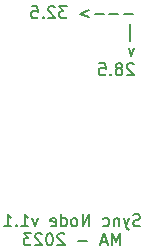
<source format=gbo>
G04 #@! TF.GenerationSoftware,KiCad,Pcbnew,7.0.9-7.0.9~ubuntu20.04.1*
G04 #@! TF.CreationDate,2023-12-21T14:32:48-08:00*
G04 #@! TF.ProjectId,ros_sync_node,726f735f-7379-46e6-935f-6e6f64652e6b,rev?*
G04 #@! TF.SameCoordinates,Original*
G04 #@! TF.FileFunction,Legend,Bot*
G04 #@! TF.FilePolarity,Positive*
%FSLAX46Y46*%
G04 Gerber Fmt 4.6, Leading zero omitted, Abs format (unit mm)*
G04 Created by KiCad (PCBNEW 7.0.9-7.0.9~ubuntu20.04.1) date 2023-12-21 14:32:48*
%MOMM*%
%LPD*%
G01*
G04 APERTURE LIST*
%ADD10C,0.150000*%
%ADD11C,3.200000*%
%ADD12R,1.700000X1.700000*%
%ADD13O,1.700000X1.700000*%
%ADD14C,1.524000*%
G04 APERTURE END LIST*
D10*
X170738095Y-85602200D02*
X170595238Y-85649819D01*
X170595238Y-85649819D02*
X170357143Y-85649819D01*
X170357143Y-85649819D02*
X170261905Y-85602200D01*
X170261905Y-85602200D02*
X170214286Y-85554580D01*
X170214286Y-85554580D02*
X170166667Y-85459342D01*
X170166667Y-85459342D02*
X170166667Y-85364104D01*
X170166667Y-85364104D02*
X170214286Y-85268866D01*
X170214286Y-85268866D02*
X170261905Y-85221247D01*
X170261905Y-85221247D02*
X170357143Y-85173628D01*
X170357143Y-85173628D02*
X170547619Y-85126009D01*
X170547619Y-85126009D02*
X170642857Y-85078390D01*
X170642857Y-85078390D02*
X170690476Y-85030771D01*
X170690476Y-85030771D02*
X170738095Y-84935533D01*
X170738095Y-84935533D02*
X170738095Y-84840295D01*
X170738095Y-84840295D02*
X170690476Y-84745057D01*
X170690476Y-84745057D02*
X170642857Y-84697438D01*
X170642857Y-84697438D02*
X170547619Y-84649819D01*
X170547619Y-84649819D02*
X170309524Y-84649819D01*
X170309524Y-84649819D02*
X170166667Y-84697438D01*
X169833333Y-84983152D02*
X169595238Y-85649819D01*
X169357143Y-84983152D02*
X169595238Y-85649819D01*
X169595238Y-85649819D02*
X169690476Y-85887914D01*
X169690476Y-85887914D02*
X169738095Y-85935533D01*
X169738095Y-85935533D02*
X169833333Y-85983152D01*
X168976190Y-84983152D02*
X168976190Y-85649819D01*
X168976190Y-85078390D02*
X168928571Y-85030771D01*
X168928571Y-85030771D02*
X168833333Y-84983152D01*
X168833333Y-84983152D02*
X168690476Y-84983152D01*
X168690476Y-84983152D02*
X168595238Y-85030771D01*
X168595238Y-85030771D02*
X168547619Y-85126009D01*
X168547619Y-85126009D02*
X168547619Y-85649819D01*
X167642857Y-85602200D02*
X167738095Y-85649819D01*
X167738095Y-85649819D02*
X167928571Y-85649819D01*
X167928571Y-85649819D02*
X168023809Y-85602200D01*
X168023809Y-85602200D02*
X168071428Y-85554580D01*
X168071428Y-85554580D02*
X168119047Y-85459342D01*
X168119047Y-85459342D02*
X168119047Y-85173628D01*
X168119047Y-85173628D02*
X168071428Y-85078390D01*
X168071428Y-85078390D02*
X168023809Y-85030771D01*
X168023809Y-85030771D02*
X167928571Y-84983152D01*
X167928571Y-84983152D02*
X167738095Y-84983152D01*
X167738095Y-84983152D02*
X167642857Y-85030771D01*
X166452380Y-85649819D02*
X166452380Y-84649819D01*
X166452380Y-84649819D02*
X165880952Y-85649819D01*
X165880952Y-85649819D02*
X165880952Y-84649819D01*
X165261904Y-85649819D02*
X165357142Y-85602200D01*
X165357142Y-85602200D02*
X165404761Y-85554580D01*
X165404761Y-85554580D02*
X165452380Y-85459342D01*
X165452380Y-85459342D02*
X165452380Y-85173628D01*
X165452380Y-85173628D02*
X165404761Y-85078390D01*
X165404761Y-85078390D02*
X165357142Y-85030771D01*
X165357142Y-85030771D02*
X165261904Y-84983152D01*
X165261904Y-84983152D02*
X165119047Y-84983152D01*
X165119047Y-84983152D02*
X165023809Y-85030771D01*
X165023809Y-85030771D02*
X164976190Y-85078390D01*
X164976190Y-85078390D02*
X164928571Y-85173628D01*
X164928571Y-85173628D02*
X164928571Y-85459342D01*
X164928571Y-85459342D02*
X164976190Y-85554580D01*
X164976190Y-85554580D02*
X165023809Y-85602200D01*
X165023809Y-85602200D02*
X165119047Y-85649819D01*
X165119047Y-85649819D02*
X165261904Y-85649819D01*
X164071428Y-85649819D02*
X164071428Y-84649819D01*
X164071428Y-85602200D02*
X164166666Y-85649819D01*
X164166666Y-85649819D02*
X164357142Y-85649819D01*
X164357142Y-85649819D02*
X164452380Y-85602200D01*
X164452380Y-85602200D02*
X164499999Y-85554580D01*
X164499999Y-85554580D02*
X164547618Y-85459342D01*
X164547618Y-85459342D02*
X164547618Y-85173628D01*
X164547618Y-85173628D02*
X164499999Y-85078390D01*
X164499999Y-85078390D02*
X164452380Y-85030771D01*
X164452380Y-85030771D02*
X164357142Y-84983152D01*
X164357142Y-84983152D02*
X164166666Y-84983152D01*
X164166666Y-84983152D02*
X164071428Y-85030771D01*
X163214285Y-85602200D02*
X163309523Y-85649819D01*
X163309523Y-85649819D02*
X163499999Y-85649819D01*
X163499999Y-85649819D02*
X163595237Y-85602200D01*
X163595237Y-85602200D02*
X163642856Y-85506961D01*
X163642856Y-85506961D02*
X163642856Y-85126009D01*
X163642856Y-85126009D02*
X163595237Y-85030771D01*
X163595237Y-85030771D02*
X163499999Y-84983152D01*
X163499999Y-84983152D02*
X163309523Y-84983152D01*
X163309523Y-84983152D02*
X163214285Y-85030771D01*
X163214285Y-85030771D02*
X163166666Y-85126009D01*
X163166666Y-85126009D02*
X163166666Y-85221247D01*
X163166666Y-85221247D02*
X163642856Y-85316485D01*
X162071427Y-84983152D02*
X161833332Y-85649819D01*
X161833332Y-85649819D02*
X161595237Y-84983152D01*
X160690475Y-85649819D02*
X161261903Y-85649819D01*
X160976189Y-85649819D02*
X160976189Y-84649819D01*
X160976189Y-84649819D02*
X161071427Y-84792676D01*
X161071427Y-84792676D02*
X161166665Y-84887914D01*
X161166665Y-84887914D02*
X161261903Y-84935533D01*
X160261903Y-85554580D02*
X160214284Y-85602200D01*
X160214284Y-85602200D02*
X160261903Y-85649819D01*
X160261903Y-85649819D02*
X160309522Y-85602200D01*
X160309522Y-85602200D02*
X160261903Y-85554580D01*
X160261903Y-85554580D02*
X160261903Y-85649819D01*
X159261904Y-85649819D02*
X159833332Y-85649819D01*
X159547618Y-85649819D02*
X159547618Y-84649819D01*
X159547618Y-84649819D02*
X159642856Y-84792676D01*
X159642856Y-84792676D02*
X159738094Y-84887914D01*
X159738094Y-84887914D02*
X159833332Y-84935533D01*
X169047618Y-87259819D02*
X169047618Y-86259819D01*
X169047618Y-86259819D02*
X168714285Y-86974104D01*
X168714285Y-86974104D02*
X168380952Y-86259819D01*
X168380952Y-86259819D02*
X168380952Y-87259819D01*
X167952380Y-86974104D02*
X167476190Y-86974104D01*
X168047618Y-87259819D02*
X167714285Y-86259819D01*
X167714285Y-86259819D02*
X167380952Y-87259819D01*
X166285713Y-86878866D02*
X165523809Y-86878866D01*
X164333332Y-86355057D02*
X164285713Y-86307438D01*
X164285713Y-86307438D02*
X164190475Y-86259819D01*
X164190475Y-86259819D02*
X163952380Y-86259819D01*
X163952380Y-86259819D02*
X163857142Y-86307438D01*
X163857142Y-86307438D02*
X163809523Y-86355057D01*
X163809523Y-86355057D02*
X163761904Y-86450295D01*
X163761904Y-86450295D02*
X163761904Y-86545533D01*
X163761904Y-86545533D02*
X163809523Y-86688390D01*
X163809523Y-86688390D02*
X164380951Y-87259819D01*
X164380951Y-87259819D02*
X163761904Y-87259819D01*
X163142856Y-86259819D02*
X163047618Y-86259819D01*
X163047618Y-86259819D02*
X162952380Y-86307438D01*
X162952380Y-86307438D02*
X162904761Y-86355057D01*
X162904761Y-86355057D02*
X162857142Y-86450295D01*
X162857142Y-86450295D02*
X162809523Y-86640771D01*
X162809523Y-86640771D02*
X162809523Y-86878866D01*
X162809523Y-86878866D02*
X162857142Y-87069342D01*
X162857142Y-87069342D02*
X162904761Y-87164580D01*
X162904761Y-87164580D02*
X162952380Y-87212200D01*
X162952380Y-87212200D02*
X163047618Y-87259819D01*
X163047618Y-87259819D02*
X163142856Y-87259819D01*
X163142856Y-87259819D02*
X163238094Y-87212200D01*
X163238094Y-87212200D02*
X163285713Y-87164580D01*
X163285713Y-87164580D02*
X163333332Y-87069342D01*
X163333332Y-87069342D02*
X163380951Y-86878866D01*
X163380951Y-86878866D02*
X163380951Y-86640771D01*
X163380951Y-86640771D02*
X163333332Y-86450295D01*
X163333332Y-86450295D02*
X163285713Y-86355057D01*
X163285713Y-86355057D02*
X163238094Y-86307438D01*
X163238094Y-86307438D02*
X163142856Y-86259819D01*
X162428570Y-86355057D02*
X162380951Y-86307438D01*
X162380951Y-86307438D02*
X162285713Y-86259819D01*
X162285713Y-86259819D02*
X162047618Y-86259819D01*
X162047618Y-86259819D02*
X161952380Y-86307438D01*
X161952380Y-86307438D02*
X161904761Y-86355057D01*
X161904761Y-86355057D02*
X161857142Y-86450295D01*
X161857142Y-86450295D02*
X161857142Y-86545533D01*
X161857142Y-86545533D02*
X161904761Y-86688390D01*
X161904761Y-86688390D02*
X162476189Y-87259819D01*
X162476189Y-87259819D02*
X161857142Y-87259819D01*
X161523808Y-86259819D02*
X160904761Y-86259819D01*
X160904761Y-86259819D02*
X161238094Y-86640771D01*
X161238094Y-86640771D02*
X161095237Y-86640771D01*
X161095237Y-86640771D02*
X160999999Y-86688390D01*
X160999999Y-86688390D02*
X160952380Y-86736009D01*
X160952380Y-86736009D02*
X160904761Y-86831247D01*
X160904761Y-86831247D02*
X160904761Y-87069342D01*
X160904761Y-87069342D02*
X160952380Y-87164580D01*
X160952380Y-87164580D02*
X160999999Y-87212200D01*
X160999999Y-87212200D02*
X161095237Y-87259819D01*
X161095237Y-87259819D02*
X161380951Y-87259819D01*
X161380951Y-87259819D02*
X161476189Y-87212200D01*
X161476189Y-87212200D02*
X161523808Y-87164580D01*
X170163220Y-67658866D02*
X169401316Y-67658866D01*
X168925125Y-67658866D02*
X168163221Y-67658866D01*
X167687030Y-67658866D02*
X166925126Y-67658866D01*
X166448935Y-67373152D02*
X165687031Y-67658866D01*
X165687031Y-67658866D02*
X166448935Y-67944580D01*
X164544173Y-67039819D02*
X163925126Y-67039819D01*
X163925126Y-67039819D02*
X164258459Y-67420771D01*
X164258459Y-67420771D02*
X164115602Y-67420771D01*
X164115602Y-67420771D02*
X164020364Y-67468390D01*
X164020364Y-67468390D02*
X163972745Y-67516009D01*
X163972745Y-67516009D02*
X163925126Y-67611247D01*
X163925126Y-67611247D02*
X163925126Y-67849342D01*
X163925126Y-67849342D02*
X163972745Y-67944580D01*
X163972745Y-67944580D02*
X164020364Y-67992200D01*
X164020364Y-67992200D02*
X164115602Y-68039819D01*
X164115602Y-68039819D02*
X164401316Y-68039819D01*
X164401316Y-68039819D02*
X164496554Y-67992200D01*
X164496554Y-67992200D02*
X164544173Y-67944580D01*
X163544173Y-67135057D02*
X163496554Y-67087438D01*
X163496554Y-67087438D02*
X163401316Y-67039819D01*
X163401316Y-67039819D02*
X163163221Y-67039819D01*
X163163221Y-67039819D02*
X163067983Y-67087438D01*
X163067983Y-67087438D02*
X163020364Y-67135057D01*
X163020364Y-67135057D02*
X162972745Y-67230295D01*
X162972745Y-67230295D02*
X162972745Y-67325533D01*
X162972745Y-67325533D02*
X163020364Y-67468390D01*
X163020364Y-67468390D02*
X163591792Y-68039819D01*
X163591792Y-68039819D02*
X162972745Y-68039819D01*
X162544173Y-67944580D02*
X162496554Y-67992200D01*
X162496554Y-67992200D02*
X162544173Y-68039819D01*
X162544173Y-68039819D02*
X162591792Y-67992200D01*
X162591792Y-67992200D02*
X162544173Y-67944580D01*
X162544173Y-67944580D02*
X162544173Y-68039819D01*
X161591793Y-67039819D02*
X162067983Y-67039819D01*
X162067983Y-67039819D02*
X162115602Y-67516009D01*
X162115602Y-67516009D02*
X162067983Y-67468390D01*
X162067983Y-67468390D02*
X161972745Y-67420771D01*
X161972745Y-67420771D02*
X161734650Y-67420771D01*
X161734650Y-67420771D02*
X161639412Y-67468390D01*
X161639412Y-67468390D02*
X161591793Y-67516009D01*
X161591793Y-67516009D02*
X161544174Y-67611247D01*
X161544174Y-67611247D02*
X161544174Y-67849342D01*
X161544174Y-67849342D02*
X161591793Y-67944580D01*
X161591793Y-67944580D02*
X161639412Y-67992200D01*
X161639412Y-67992200D02*
X161734650Y-68039819D01*
X161734650Y-68039819D02*
X161972745Y-68039819D01*
X161972745Y-68039819D02*
X162067983Y-67992200D01*
X162067983Y-67992200D02*
X162115602Y-67944580D01*
X169925125Y-69983152D02*
X169925125Y-68554580D01*
X170258458Y-70593152D02*
X170020363Y-71259819D01*
X170020363Y-71259819D02*
X169782268Y-70593152D01*
X170210839Y-71965057D02*
X170163220Y-71917438D01*
X170163220Y-71917438D02*
X170067982Y-71869819D01*
X170067982Y-71869819D02*
X169829887Y-71869819D01*
X169829887Y-71869819D02*
X169734649Y-71917438D01*
X169734649Y-71917438D02*
X169687030Y-71965057D01*
X169687030Y-71965057D02*
X169639411Y-72060295D01*
X169639411Y-72060295D02*
X169639411Y-72155533D01*
X169639411Y-72155533D02*
X169687030Y-72298390D01*
X169687030Y-72298390D02*
X170258458Y-72869819D01*
X170258458Y-72869819D02*
X169639411Y-72869819D01*
X169067982Y-72298390D02*
X169163220Y-72250771D01*
X169163220Y-72250771D02*
X169210839Y-72203152D01*
X169210839Y-72203152D02*
X169258458Y-72107914D01*
X169258458Y-72107914D02*
X169258458Y-72060295D01*
X169258458Y-72060295D02*
X169210839Y-71965057D01*
X169210839Y-71965057D02*
X169163220Y-71917438D01*
X169163220Y-71917438D02*
X169067982Y-71869819D01*
X169067982Y-71869819D02*
X168877506Y-71869819D01*
X168877506Y-71869819D02*
X168782268Y-71917438D01*
X168782268Y-71917438D02*
X168734649Y-71965057D01*
X168734649Y-71965057D02*
X168687030Y-72060295D01*
X168687030Y-72060295D02*
X168687030Y-72107914D01*
X168687030Y-72107914D02*
X168734649Y-72203152D01*
X168734649Y-72203152D02*
X168782268Y-72250771D01*
X168782268Y-72250771D02*
X168877506Y-72298390D01*
X168877506Y-72298390D02*
X169067982Y-72298390D01*
X169067982Y-72298390D02*
X169163220Y-72346009D01*
X169163220Y-72346009D02*
X169210839Y-72393628D01*
X169210839Y-72393628D02*
X169258458Y-72488866D01*
X169258458Y-72488866D02*
X169258458Y-72679342D01*
X169258458Y-72679342D02*
X169210839Y-72774580D01*
X169210839Y-72774580D02*
X169163220Y-72822200D01*
X169163220Y-72822200D02*
X169067982Y-72869819D01*
X169067982Y-72869819D02*
X168877506Y-72869819D01*
X168877506Y-72869819D02*
X168782268Y-72822200D01*
X168782268Y-72822200D02*
X168734649Y-72774580D01*
X168734649Y-72774580D02*
X168687030Y-72679342D01*
X168687030Y-72679342D02*
X168687030Y-72488866D01*
X168687030Y-72488866D02*
X168734649Y-72393628D01*
X168734649Y-72393628D02*
X168782268Y-72346009D01*
X168782268Y-72346009D02*
X168877506Y-72298390D01*
X168258458Y-72774580D02*
X168210839Y-72822200D01*
X168210839Y-72822200D02*
X168258458Y-72869819D01*
X168258458Y-72869819D02*
X168306077Y-72822200D01*
X168306077Y-72822200D02*
X168258458Y-72774580D01*
X168258458Y-72774580D02*
X168258458Y-72869819D01*
X167306078Y-71869819D02*
X167782268Y-71869819D01*
X167782268Y-71869819D02*
X167829887Y-72346009D01*
X167829887Y-72346009D02*
X167782268Y-72298390D01*
X167782268Y-72298390D02*
X167687030Y-72250771D01*
X167687030Y-72250771D02*
X167448935Y-72250771D01*
X167448935Y-72250771D02*
X167353697Y-72298390D01*
X167353697Y-72298390D02*
X167306078Y-72346009D01*
X167306078Y-72346009D02*
X167258459Y-72441247D01*
X167258459Y-72441247D02*
X167258459Y-72679342D01*
X167258459Y-72679342D02*
X167306078Y-72774580D01*
X167306078Y-72774580D02*
X167353697Y-72822200D01*
X167353697Y-72822200D02*
X167448935Y-72869819D01*
X167448935Y-72869819D02*
X167687030Y-72869819D01*
X167687030Y-72869819D02*
X167782268Y-72822200D01*
X167782268Y-72822200D02*
X167829887Y-72774580D01*
%LPC*%
D11*
X179000000Y-99500000D03*
X146500000Y-71000000D03*
X146500000Y-99500000D03*
X179000000Y-71000000D03*
D12*
X162760000Y-94920000D03*
D13*
X162760000Y-97460000D03*
X162760000Y-100000000D03*
D12*
X152600000Y-94920000D03*
D13*
X152600000Y-97460000D03*
X152600000Y-100000000D03*
D12*
X157680000Y-94920000D03*
D13*
X157680000Y-97460000D03*
X157680000Y-100000000D03*
D12*
X155140000Y-94920000D03*
D13*
X155140000Y-97460000D03*
X155140000Y-100000000D03*
D12*
X172920000Y-94920000D03*
D13*
X172920000Y-97460000D03*
X172920000Y-100000000D03*
D12*
X160220000Y-94920000D03*
D13*
X160220000Y-97460000D03*
X160220000Y-100000000D03*
D12*
X170380000Y-94920000D03*
D13*
X170380000Y-97460000D03*
X170380000Y-100000000D03*
D12*
X167840000Y-94920000D03*
D13*
X167840000Y-97460000D03*
X167840000Y-100000000D03*
D12*
X165300000Y-94920000D03*
D13*
X165300000Y-97460000D03*
X165300000Y-100000000D03*
D12*
X153000000Y-76920000D03*
D13*
X153000000Y-79460000D03*
X153000000Y-82000000D03*
D14*
X172920000Y-70380001D03*
X172920000Y-72920001D03*
X172920000Y-75460001D03*
X172920000Y-78000001D03*
X172920000Y-80540001D03*
X172920000Y-83080001D03*
X172920000Y-85620001D03*
X172920000Y-88160001D03*
X172920000Y-90700001D03*
X170380000Y-90700001D03*
X167840000Y-90700001D03*
X165300000Y-90700001D03*
X162760000Y-90700001D03*
X160220000Y-90700001D03*
X157680000Y-90700001D03*
X157680000Y-88160001D03*
X157680000Y-85620001D03*
X157680000Y-83080001D03*
X157680000Y-80540001D03*
X157680000Y-78000001D03*
X157680000Y-75460001D03*
X157680000Y-72920001D03*
X157680000Y-70380001D03*
D12*
X153000000Y-68000000D03*
D13*
X153000000Y-70540000D03*
X153000000Y-73080000D03*
D12*
X153000000Y-85920000D03*
D13*
X153000000Y-88460000D03*
X153000000Y-91000000D03*
%LPD*%
M02*

</source>
